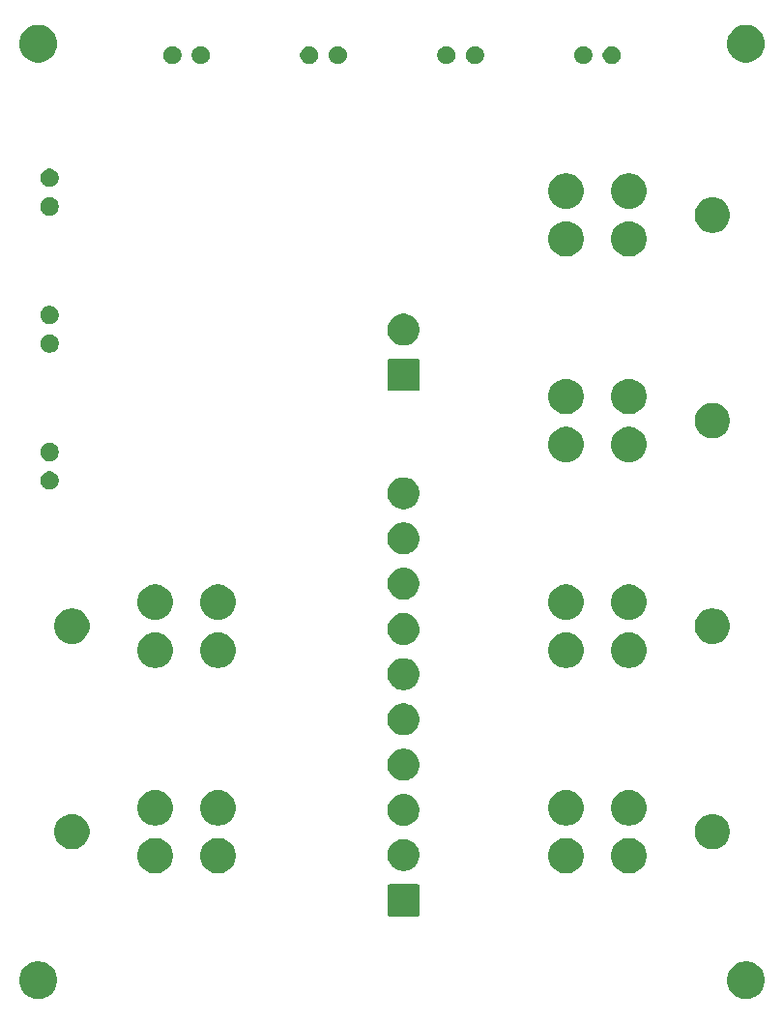
<source format=gts>
G04 #@! TF.GenerationSoftware,KiCad,Pcbnew,(5.1.4)-1*
G04 #@! TF.CreationDate,2019-11-13T17:45:08+09:00*
G04 #@! TF.ProjectId,PowerDistributionUnit,506f7765-7244-4697-9374-726962757469,rev?*
G04 #@! TF.SameCoordinates,Original*
G04 #@! TF.FileFunction,Soldermask,Top*
G04 #@! TF.FilePolarity,Negative*
%FSLAX46Y46*%
G04 Gerber Fmt 4.6, Leading zero omitted, Abs format (unit mm)*
G04 Created by KiCad (PCBNEW (5.1.4)-1) date 2019-11-13 17:45:08*
%MOMM*%
%LPD*%
G04 APERTURE LIST*
%ADD10C,0.100000*%
G04 APERTURE END LIST*
D10*
G36*
X101375256Y-149391298D02*
G01*
X101481579Y-149412447D01*
X101782042Y-149536903D01*
X102052451Y-149717585D01*
X102282415Y-149947549D01*
X102463097Y-150217958D01*
X102587553Y-150518421D01*
X102651000Y-150837391D01*
X102651000Y-151162609D01*
X102587553Y-151481579D01*
X102463097Y-151782042D01*
X102282415Y-152052451D01*
X102052451Y-152282415D01*
X101782042Y-152463097D01*
X101481579Y-152587553D01*
X101375256Y-152608702D01*
X101162611Y-152651000D01*
X100837389Y-152651000D01*
X100624744Y-152608702D01*
X100518421Y-152587553D01*
X100217958Y-152463097D01*
X99947549Y-152282415D01*
X99717585Y-152052451D01*
X99536903Y-151782042D01*
X99412447Y-151481579D01*
X99349000Y-151162609D01*
X99349000Y-150837391D01*
X99412447Y-150518421D01*
X99536903Y-150217958D01*
X99717585Y-149947549D01*
X99947549Y-149717585D01*
X100217958Y-149536903D01*
X100518421Y-149412447D01*
X100624744Y-149391298D01*
X100837389Y-149349000D01*
X101162611Y-149349000D01*
X101375256Y-149391298D01*
X101375256Y-149391298D01*
G37*
G36*
X39375256Y-149391298D02*
G01*
X39481579Y-149412447D01*
X39782042Y-149536903D01*
X40052451Y-149717585D01*
X40282415Y-149947549D01*
X40463097Y-150217958D01*
X40587553Y-150518421D01*
X40651000Y-150837391D01*
X40651000Y-151162609D01*
X40587553Y-151481579D01*
X40463097Y-151782042D01*
X40282415Y-152052451D01*
X40052451Y-152282415D01*
X39782042Y-152463097D01*
X39481579Y-152587553D01*
X39375256Y-152608702D01*
X39162611Y-152651000D01*
X38837389Y-152651000D01*
X38624744Y-152608702D01*
X38518421Y-152587553D01*
X38217958Y-152463097D01*
X37947549Y-152282415D01*
X37717585Y-152052451D01*
X37536903Y-151782042D01*
X37412447Y-151481579D01*
X37349000Y-151162609D01*
X37349000Y-150837391D01*
X37412447Y-150518421D01*
X37536903Y-150217958D01*
X37717585Y-149947549D01*
X37947549Y-149717585D01*
X38217958Y-149536903D01*
X38518421Y-149412447D01*
X38624744Y-149391298D01*
X38837389Y-149349000D01*
X39162611Y-149349000D01*
X39375256Y-149391298D01*
X39375256Y-149391298D01*
G37*
G36*
X72273031Y-142602645D02*
G01*
X72302719Y-142611651D01*
X72330071Y-142626271D01*
X72354050Y-142645950D01*
X72373729Y-142669929D01*
X72388349Y-142697281D01*
X72397355Y-142726969D01*
X72401000Y-142763977D01*
X72401000Y-145236023D01*
X72397355Y-145273031D01*
X72388349Y-145302719D01*
X72373729Y-145330071D01*
X72354050Y-145354050D01*
X72330071Y-145373729D01*
X72302719Y-145388349D01*
X72273031Y-145397355D01*
X72236023Y-145401000D01*
X69763977Y-145401000D01*
X69726969Y-145397355D01*
X69697281Y-145388349D01*
X69669929Y-145373729D01*
X69645950Y-145354050D01*
X69626271Y-145330071D01*
X69611651Y-145302719D01*
X69602645Y-145273031D01*
X69599000Y-145236023D01*
X69599000Y-142763977D01*
X69602645Y-142726969D01*
X69611651Y-142697281D01*
X69626271Y-142669929D01*
X69645950Y-142645950D01*
X69669929Y-142626271D01*
X69697281Y-142611651D01*
X69726969Y-142602645D01*
X69763977Y-142599000D01*
X72236023Y-142599000D01*
X72273031Y-142602645D01*
X72273031Y-142602645D01*
G37*
G36*
X55052585Y-138578802D02*
G01*
X55202410Y-138608604D01*
X55484674Y-138725521D01*
X55738705Y-138895259D01*
X55954741Y-139111295D01*
X56124479Y-139365326D01*
X56241396Y-139647590D01*
X56301000Y-139947240D01*
X56301000Y-140252760D01*
X56241396Y-140552410D01*
X56124479Y-140834674D01*
X55954741Y-141088705D01*
X55738705Y-141304741D01*
X55484674Y-141474479D01*
X55202410Y-141591396D01*
X55052585Y-141621198D01*
X54902761Y-141651000D01*
X54597239Y-141651000D01*
X54447415Y-141621198D01*
X54297590Y-141591396D01*
X54015326Y-141474479D01*
X53761295Y-141304741D01*
X53545259Y-141088705D01*
X53375521Y-140834674D01*
X53258604Y-140552410D01*
X53199000Y-140252760D01*
X53199000Y-139947240D01*
X53258604Y-139647590D01*
X53375521Y-139365326D01*
X53545259Y-139111295D01*
X53761295Y-138895259D01*
X54015326Y-138725521D01*
X54297590Y-138608604D01*
X54447415Y-138578802D01*
X54597239Y-138549000D01*
X54902761Y-138549000D01*
X55052585Y-138578802D01*
X55052585Y-138578802D01*
G37*
G36*
X49552585Y-138578802D02*
G01*
X49702410Y-138608604D01*
X49984674Y-138725521D01*
X50238705Y-138895259D01*
X50454741Y-139111295D01*
X50624479Y-139365326D01*
X50741396Y-139647590D01*
X50801000Y-139947240D01*
X50801000Y-140252760D01*
X50741396Y-140552410D01*
X50624479Y-140834674D01*
X50454741Y-141088705D01*
X50238705Y-141304741D01*
X49984674Y-141474479D01*
X49702410Y-141591396D01*
X49552585Y-141621198D01*
X49402761Y-141651000D01*
X49097239Y-141651000D01*
X48947415Y-141621198D01*
X48797590Y-141591396D01*
X48515326Y-141474479D01*
X48261295Y-141304741D01*
X48045259Y-141088705D01*
X47875521Y-140834674D01*
X47758604Y-140552410D01*
X47699000Y-140252760D01*
X47699000Y-139947240D01*
X47758604Y-139647590D01*
X47875521Y-139365326D01*
X48045259Y-139111295D01*
X48261295Y-138895259D01*
X48515326Y-138725521D01*
X48797590Y-138608604D01*
X48947415Y-138578802D01*
X49097239Y-138549000D01*
X49402761Y-138549000D01*
X49552585Y-138578802D01*
X49552585Y-138578802D01*
G37*
G36*
X85552585Y-138578802D02*
G01*
X85702410Y-138608604D01*
X85984674Y-138725521D01*
X86238705Y-138895259D01*
X86454741Y-139111295D01*
X86624479Y-139365326D01*
X86741396Y-139647590D01*
X86801000Y-139947240D01*
X86801000Y-140252760D01*
X86741396Y-140552410D01*
X86624479Y-140834674D01*
X86454741Y-141088705D01*
X86238705Y-141304741D01*
X85984674Y-141474479D01*
X85702410Y-141591396D01*
X85552585Y-141621198D01*
X85402761Y-141651000D01*
X85097239Y-141651000D01*
X84947415Y-141621198D01*
X84797590Y-141591396D01*
X84515326Y-141474479D01*
X84261295Y-141304741D01*
X84045259Y-141088705D01*
X83875521Y-140834674D01*
X83758604Y-140552410D01*
X83699000Y-140252760D01*
X83699000Y-139947240D01*
X83758604Y-139647590D01*
X83875521Y-139365326D01*
X84045259Y-139111295D01*
X84261295Y-138895259D01*
X84515326Y-138725521D01*
X84797590Y-138608604D01*
X84947415Y-138578802D01*
X85097239Y-138549000D01*
X85402761Y-138549000D01*
X85552585Y-138578802D01*
X85552585Y-138578802D01*
G37*
G36*
X91052585Y-138578802D02*
G01*
X91202410Y-138608604D01*
X91484674Y-138725521D01*
X91738705Y-138895259D01*
X91954741Y-139111295D01*
X92124479Y-139365326D01*
X92241396Y-139647590D01*
X92301000Y-139947240D01*
X92301000Y-140252760D01*
X92241396Y-140552410D01*
X92124479Y-140834674D01*
X91954741Y-141088705D01*
X91738705Y-141304741D01*
X91484674Y-141474479D01*
X91202410Y-141591396D01*
X91052585Y-141621198D01*
X90902761Y-141651000D01*
X90597239Y-141651000D01*
X90447415Y-141621198D01*
X90297590Y-141591396D01*
X90015326Y-141474479D01*
X89761295Y-141304741D01*
X89545259Y-141088705D01*
X89375521Y-140834674D01*
X89258604Y-140552410D01*
X89199000Y-140252760D01*
X89199000Y-139947240D01*
X89258604Y-139647590D01*
X89375521Y-139365326D01*
X89545259Y-139111295D01*
X89761295Y-138895259D01*
X90015326Y-138725521D01*
X90297590Y-138608604D01*
X90447415Y-138578802D01*
X90597239Y-138549000D01*
X90902761Y-138549000D01*
X91052585Y-138578802D01*
X91052585Y-138578802D01*
G37*
G36*
X71318433Y-138674893D02*
G01*
X71408657Y-138692839D01*
X71509650Y-138734672D01*
X71663621Y-138798449D01*
X71663622Y-138798450D01*
X71893086Y-138951772D01*
X72088228Y-139146914D01*
X72190675Y-139300237D01*
X72241551Y-139376379D01*
X72303415Y-139525733D01*
X72313882Y-139551000D01*
X72347161Y-139631344D01*
X72401000Y-139902012D01*
X72401000Y-140177988D01*
X72347161Y-140448656D01*
X72241551Y-140703621D01*
X72241550Y-140703622D01*
X72088228Y-140933086D01*
X71893086Y-141128228D01*
X71739763Y-141230675D01*
X71663621Y-141281551D01*
X71607635Y-141304741D01*
X71408657Y-141387161D01*
X71318433Y-141405107D01*
X71137988Y-141441000D01*
X70862012Y-141441000D01*
X70681567Y-141405107D01*
X70591343Y-141387161D01*
X70392365Y-141304741D01*
X70336379Y-141281551D01*
X70260237Y-141230675D01*
X70106914Y-141128228D01*
X69911772Y-140933086D01*
X69758450Y-140703622D01*
X69758449Y-140703621D01*
X69652839Y-140448656D01*
X69599000Y-140177988D01*
X69599000Y-139902012D01*
X69652839Y-139631344D01*
X69686119Y-139551000D01*
X69696585Y-139525733D01*
X69758449Y-139376379D01*
X69809325Y-139300237D01*
X69911772Y-139146914D01*
X70106914Y-138951772D01*
X70336378Y-138798450D01*
X70336379Y-138798449D01*
X70490350Y-138734672D01*
X70591343Y-138692839D01*
X70681567Y-138674893D01*
X70862012Y-138639000D01*
X71137988Y-138639000D01*
X71318433Y-138674893D01*
X71318433Y-138674893D01*
G37*
G36*
X42252585Y-136478802D02*
G01*
X42402410Y-136508604D01*
X42684674Y-136625521D01*
X42938705Y-136795259D01*
X43154741Y-137011295D01*
X43324479Y-137265326D01*
X43441396Y-137547590D01*
X43501000Y-137847240D01*
X43501000Y-138152760D01*
X43441396Y-138452410D01*
X43324479Y-138734674D01*
X43154741Y-138988705D01*
X42938705Y-139204741D01*
X42684674Y-139374479D01*
X42402410Y-139491396D01*
X42252585Y-139521198D01*
X42102761Y-139551000D01*
X41797239Y-139551000D01*
X41647415Y-139521198D01*
X41497590Y-139491396D01*
X41215326Y-139374479D01*
X40961295Y-139204741D01*
X40745259Y-138988705D01*
X40575521Y-138734674D01*
X40458604Y-138452410D01*
X40399000Y-138152760D01*
X40399000Y-137847240D01*
X40458604Y-137547590D01*
X40575521Y-137265326D01*
X40745259Y-137011295D01*
X40961295Y-136795259D01*
X41215326Y-136625521D01*
X41497590Y-136508604D01*
X41647415Y-136478802D01*
X41797239Y-136449000D01*
X42102761Y-136449000D01*
X42252585Y-136478802D01*
X42252585Y-136478802D01*
G37*
G36*
X98352585Y-136478802D02*
G01*
X98502410Y-136508604D01*
X98784674Y-136625521D01*
X99038705Y-136795259D01*
X99254741Y-137011295D01*
X99424479Y-137265326D01*
X99541396Y-137547590D01*
X99601000Y-137847240D01*
X99601000Y-138152760D01*
X99541396Y-138452410D01*
X99424479Y-138734674D01*
X99254741Y-138988705D01*
X99038705Y-139204741D01*
X98784674Y-139374479D01*
X98502410Y-139491396D01*
X98352585Y-139521198D01*
X98202761Y-139551000D01*
X97897239Y-139551000D01*
X97747415Y-139521198D01*
X97597590Y-139491396D01*
X97315326Y-139374479D01*
X97061295Y-139204741D01*
X96845259Y-138988705D01*
X96675521Y-138734674D01*
X96558604Y-138452410D01*
X96499000Y-138152760D01*
X96499000Y-137847240D01*
X96558604Y-137547590D01*
X96675521Y-137265326D01*
X96845259Y-137011295D01*
X97061295Y-136795259D01*
X97315326Y-136625521D01*
X97597590Y-136508604D01*
X97747415Y-136478802D01*
X97897239Y-136449000D01*
X98202761Y-136449000D01*
X98352585Y-136478802D01*
X98352585Y-136478802D01*
G37*
G36*
X71318433Y-134714893D02*
G01*
X71408657Y-134732839D01*
X71514267Y-134776585D01*
X71663621Y-134838449D01*
X71663622Y-134838450D01*
X71893086Y-134991772D01*
X72088228Y-135186914D01*
X72190675Y-135340237D01*
X72241551Y-135416379D01*
X72254479Y-135447590D01*
X72347161Y-135671343D01*
X72401000Y-135942014D01*
X72401000Y-136217986D01*
X72347161Y-136488657D01*
X72303415Y-136594267D01*
X72241551Y-136743621D01*
X72207047Y-136795260D01*
X72088228Y-136973086D01*
X71893086Y-137168228D01*
X71747768Y-137265326D01*
X71663621Y-137321551D01*
X71514267Y-137383415D01*
X71408657Y-137427161D01*
X71318433Y-137445107D01*
X71137988Y-137481000D01*
X70862012Y-137481000D01*
X70681567Y-137445107D01*
X70591343Y-137427161D01*
X70485733Y-137383415D01*
X70336379Y-137321551D01*
X70252232Y-137265326D01*
X70106914Y-137168228D01*
X69911772Y-136973086D01*
X69792953Y-136795260D01*
X69758449Y-136743621D01*
X69696585Y-136594267D01*
X69652839Y-136488657D01*
X69599000Y-136217986D01*
X69599000Y-135942014D01*
X69652839Y-135671343D01*
X69745521Y-135447590D01*
X69758449Y-135416379D01*
X69809325Y-135340237D01*
X69911772Y-135186914D01*
X70106914Y-134991772D01*
X70336378Y-134838450D01*
X70336379Y-134838449D01*
X70485733Y-134776585D01*
X70591343Y-134732839D01*
X70681567Y-134714893D01*
X70862012Y-134679000D01*
X71137988Y-134679000D01*
X71318433Y-134714893D01*
X71318433Y-134714893D01*
G37*
G36*
X55052585Y-134378802D02*
G01*
X55202410Y-134408604D01*
X55484674Y-134525521D01*
X55738705Y-134695259D01*
X55954741Y-134911295D01*
X56124479Y-135165326D01*
X56241396Y-135447590D01*
X56301000Y-135747240D01*
X56301000Y-136052760D01*
X56241396Y-136352410D01*
X56124479Y-136634674D01*
X55954741Y-136888705D01*
X55738705Y-137104741D01*
X55484674Y-137274479D01*
X55202410Y-137391396D01*
X55052585Y-137421198D01*
X54902761Y-137451000D01*
X54597239Y-137451000D01*
X54447415Y-137421198D01*
X54297590Y-137391396D01*
X54015326Y-137274479D01*
X53761295Y-137104741D01*
X53545259Y-136888705D01*
X53375521Y-136634674D01*
X53258604Y-136352410D01*
X53199000Y-136052760D01*
X53199000Y-135747240D01*
X53258604Y-135447590D01*
X53375521Y-135165326D01*
X53545259Y-134911295D01*
X53761295Y-134695259D01*
X54015326Y-134525521D01*
X54297590Y-134408604D01*
X54447415Y-134378802D01*
X54597239Y-134349000D01*
X54902761Y-134349000D01*
X55052585Y-134378802D01*
X55052585Y-134378802D01*
G37*
G36*
X49552585Y-134378802D02*
G01*
X49702410Y-134408604D01*
X49984674Y-134525521D01*
X50238705Y-134695259D01*
X50454741Y-134911295D01*
X50624479Y-135165326D01*
X50741396Y-135447590D01*
X50801000Y-135747240D01*
X50801000Y-136052760D01*
X50741396Y-136352410D01*
X50624479Y-136634674D01*
X50454741Y-136888705D01*
X50238705Y-137104741D01*
X49984674Y-137274479D01*
X49702410Y-137391396D01*
X49552585Y-137421198D01*
X49402761Y-137451000D01*
X49097239Y-137451000D01*
X48947415Y-137421198D01*
X48797590Y-137391396D01*
X48515326Y-137274479D01*
X48261295Y-137104741D01*
X48045259Y-136888705D01*
X47875521Y-136634674D01*
X47758604Y-136352410D01*
X47699000Y-136052760D01*
X47699000Y-135747240D01*
X47758604Y-135447590D01*
X47875521Y-135165326D01*
X48045259Y-134911295D01*
X48261295Y-134695259D01*
X48515326Y-134525521D01*
X48797590Y-134408604D01*
X48947415Y-134378802D01*
X49097239Y-134349000D01*
X49402761Y-134349000D01*
X49552585Y-134378802D01*
X49552585Y-134378802D01*
G37*
G36*
X85552585Y-134378802D02*
G01*
X85702410Y-134408604D01*
X85984674Y-134525521D01*
X86238705Y-134695259D01*
X86454741Y-134911295D01*
X86624479Y-135165326D01*
X86741396Y-135447590D01*
X86801000Y-135747240D01*
X86801000Y-136052760D01*
X86741396Y-136352410D01*
X86624479Y-136634674D01*
X86454741Y-136888705D01*
X86238705Y-137104741D01*
X85984674Y-137274479D01*
X85702410Y-137391396D01*
X85552585Y-137421198D01*
X85402761Y-137451000D01*
X85097239Y-137451000D01*
X84947415Y-137421198D01*
X84797590Y-137391396D01*
X84515326Y-137274479D01*
X84261295Y-137104741D01*
X84045259Y-136888705D01*
X83875521Y-136634674D01*
X83758604Y-136352410D01*
X83699000Y-136052760D01*
X83699000Y-135747240D01*
X83758604Y-135447590D01*
X83875521Y-135165326D01*
X84045259Y-134911295D01*
X84261295Y-134695259D01*
X84515326Y-134525521D01*
X84797590Y-134408604D01*
X84947415Y-134378802D01*
X85097239Y-134349000D01*
X85402761Y-134349000D01*
X85552585Y-134378802D01*
X85552585Y-134378802D01*
G37*
G36*
X91052585Y-134378802D02*
G01*
X91202410Y-134408604D01*
X91484674Y-134525521D01*
X91738705Y-134695259D01*
X91954741Y-134911295D01*
X92124479Y-135165326D01*
X92241396Y-135447590D01*
X92301000Y-135747240D01*
X92301000Y-136052760D01*
X92241396Y-136352410D01*
X92124479Y-136634674D01*
X91954741Y-136888705D01*
X91738705Y-137104741D01*
X91484674Y-137274479D01*
X91202410Y-137391396D01*
X91052585Y-137421198D01*
X90902761Y-137451000D01*
X90597239Y-137451000D01*
X90447415Y-137421198D01*
X90297590Y-137391396D01*
X90015326Y-137274479D01*
X89761295Y-137104741D01*
X89545259Y-136888705D01*
X89375521Y-136634674D01*
X89258604Y-136352410D01*
X89199000Y-136052760D01*
X89199000Y-135747240D01*
X89258604Y-135447590D01*
X89375521Y-135165326D01*
X89545259Y-134911295D01*
X89761295Y-134695259D01*
X90015326Y-134525521D01*
X90297590Y-134408604D01*
X90447415Y-134378802D01*
X90597239Y-134349000D01*
X90902761Y-134349000D01*
X91052585Y-134378802D01*
X91052585Y-134378802D01*
G37*
G36*
X71318433Y-130754893D02*
G01*
X71408657Y-130772839D01*
X71514267Y-130816585D01*
X71663621Y-130878449D01*
X71663622Y-130878450D01*
X71893086Y-131031772D01*
X72088228Y-131226914D01*
X72190675Y-131380237D01*
X72241551Y-131456379D01*
X72347161Y-131711344D01*
X72401000Y-131982012D01*
X72401000Y-132257988D01*
X72347161Y-132528656D01*
X72241551Y-132783621D01*
X72241550Y-132783622D01*
X72088228Y-133013086D01*
X71893086Y-133208228D01*
X71739763Y-133310675D01*
X71663621Y-133361551D01*
X71514267Y-133423415D01*
X71408657Y-133467161D01*
X71318433Y-133485107D01*
X71137988Y-133521000D01*
X70862012Y-133521000D01*
X70681567Y-133485107D01*
X70591343Y-133467161D01*
X70485733Y-133423415D01*
X70336379Y-133361551D01*
X70260237Y-133310675D01*
X70106914Y-133208228D01*
X69911772Y-133013086D01*
X69758450Y-132783622D01*
X69758449Y-132783621D01*
X69652839Y-132528656D01*
X69599000Y-132257988D01*
X69599000Y-131982012D01*
X69652839Y-131711344D01*
X69758449Y-131456379D01*
X69809325Y-131380237D01*
X69911772Y-131226914D01*
X70106914Y-131031772D01*
X70336378Y-130878450D01*
X70336379Y-130878449D01*
X70485733Y-130816585D01*
X70591343Y-130772839D01*
X70681567Y-130754893D01*
X70862012Y-130719000D01*
X71137988Y-130719000D01*
X71318433Y-130754893D01*
X71318433Y-130754893D01*
G37*
G36*
X71318433Y-126794893D02*
G01*
X71408657Y-126812839D01*
X71514267Y-126856585D01*
X71663621Y-126918449D01*
X71663622Y-126918450D01*
X71893086Y-127071772D01*
X72088228Y-127266914D01*
X72190675Y-127420237D01*
X72241551Y-127496379D01*
X72347161Y-127751344D01*
X72401000Y-128022012D01*
X72401000Y-128297988D01*
X72347161Y-128568656D01*
X72241551Y-128823621D01*
X72241550Y-128823622D01*
X72088228Y-129053086D01*
X71893086Y-129248228D01*
X71739763Y-129350675D01*
X71663621Y-129401551D01*
X71514267Y-129463415D01*
X71408657Y-129507161D01*
X71318433Y-129525107D01*
X71137988Y-129561000D01*
X70862012Y-129561000D01*
X70681567Y-129525107D01*
X70591343Y-129507161D01*
X70485733Y-129463415D01*
X70336379Y-129401551D01*
X70260237Y-129350675D01*
X70106914Y-129248228D01*
X69911772Y-129053086D01*
X69758450Y-128823622D01*
X69758449Y-128823621D01*
X69652839Y-128568656D01*
X69599000Y-128297988D01*
X69599000Y-128022012D01*
X69652839Y-127751344D01*
X69758449Y-127496379D01*
X69809325Y-127420237D01*
X69911772Y-127266914D01*
X70106914Y-127071772D01*
X70336378Y-126918450D01*
X70336379Y-126918449D01*
X70485733Y-126856585D01*
X70591343Y-126812839D01*
X70681567Y-126794893D01*
X70862012Y-126759000D01*
X71137988Y-126759000D01*
X71318433Y-126794893D01*
X71318433Y-126794893D01*
G37*
G36*
X71317324Y-122834672D02*
G01*
X71408657Y-122852839D01*
X71514267Y-122896585D01*
X71663621Y-122958449D01*
X71663622Y-122958450D01*
X71893086Y-123111772D01*
X72088228Y-123306914D01*
X72190675Y-123460237D01*
X72241551Y-123536379D01*
X72347161Y-123791344D01*
X72401000Y-124062012D01*
X72401000Y-124337988D01*
X72347161Y-124608656D01*
X72241551Y-124863621D01*
X72241550Y-124863622D01*
X72088228Y-125093086D01*
X71893086Y-125288228D01*
X71739763Y-125390675D01*
X71663621Y-125441551D01*
X71514267Y-125503415D01*
X71408657Y-125547161D01*
X71318433Y-125565107D01*
X71137988Y-125601000D01*
X70862012Y-125601000D01*
X70681567Y-125565107D01*
X70591343Y-125547161D01*
X70485733Y-125503415D01*
X70336379Y-125441551D01*
X70260237Y-125390675D01*
X70106914Y-125288228D01*
X69911772Y-125093086D01*
X69758450Y-124863622D01*
X69758449Y-124863621D01*
X69652839Y-124608656D01*
X69599000Y-124337988D01*
X69599000Y-124062012D01*
X69652839Y-123791344D01*
X69758449Y-123536379D01*
X69809325Y-123460237D01*
X69911772Y-123306914D01*
X70106914Y-123111772D01*
X70336378Y-122958450D01*
X70336379Y-122958449D01*
X70485733Y-122896585D01*
X70591343Y-122852839D01*
X70682676Y-122834672D01*
X70862012Y-122799000D01*
X71137988Y-122799000D01*
X71317324Y-122834672D01*
X71317324Y-122834672D01*
G37*
G36*
X85552585Y-120578802D02*
G01*
X85702410Y-120608604D01*
X85984674Y-120725521D01*
X86238705Y-120895259D01*
X86454741Y-121111295D01*
X86624479Y-121365326D01*
X86741396Y-121647590D01*
X86801000Y-121947240D01*
X86801000Y-122252760D01*
X86741396Y-122552410D01*
X86624479Y-122834674D01*
X86454741Y-123088705D01*
X86238705Y-123304741D01*
X85984674Y-123474479D01*
X85702410Y-123591396D01*
X85552585Y-123621198D01*
X85402761Y-123651000D01*
X85097239Y-123651000D01*
X84947415Y-123621198D01*
X84797590Y-123591396D01*
X84515326Y-123474479D01*
X84261295Y-123304741D01*
X84045259Y-123088705D01*
X83875521Y-122834674D01*
X83758604Y-122552410D01*
X83699000Y-122252760D01*
X83699000Y-121947240D01*
X83758604Y-121647590D01*
X83875521Y-121365326D01*
X84045259Y-121111295D01*
X84261295Y-120895259D01*
X84515326Y-120725521D01*
X84797590Y-120608604D01*
X84947415Y-120578802D01*
X85097239Y-120549000D01*
X85402761Y-120549000D01*
X85552585Y-120578802D01*
X85552585Y-120578802D01*
G37*
G36*
X55052585Y-120578802D02*
G01*
X55202410Y-120608604D01*
X55484674Y-120725521D01*
X55738705Y-120895259D01*
X55954741Y-121111295D01*
X56124479Y-121365326D01*
X56241396Y-121647590D01*
X56301000Y-121947240D01*
X56301000Y-122252760D01*
X56241396Y-122552410D01*
X56124479Y-122834674D01*
X55954741Y-123088705D01*
X55738705Y-123304741D01*
X55484674Y-123474479D01*
X55202410Y-123591396D01*
X55052585Y-123621198D01*
X54902761Y-123651000D01*
X54597239Y-123651000D01*
X54447415Y-123621198D01*
X54297590Y-123591396D01*
X54015326Y-123474479D01*
X53761295Y-123304741D01*
X53545259Y-123088705D01*
X53375521Y-122834674D01*
X53258604Y-122552410D01*
X53199000Y-122252760D01*
X53199000Y-121947240D01*
X53258604Y-121647590D01*
X53375521Y-121365326D01*
X53545259Y-121111295D01*
X53761295Y-120895259D01*
X54015326Y-120725521D01*
X54297590Y-120608604D01*
X54447415Y-120578802D01*
X54597239Y-120549000D01*
X54902761Y-120549000D01*
X55052585Y-120578802D01*
X55052585Y-120578802D01*
G37*
G36*
X49552585Y-120578802D02*
G01*
X49702410Y-120608604D01*
X49984674Y-120725521D01*
X50238705Y-120895259D01*
X50454741Y-121111295D01*
X50624479Y-121365326D01*
X50741396Y-121647590D01*
X50801000Y-121947240D01*
X50801000Y-122252760D01*
X50741396Y-122552410D01*
X50624479Y-122834674D01*
X50454741Y-123088705D01*
X50238705Y-123304741D01*
X49984674Y-123474479D01*
X49702410Y-123591396D01*
X49552585Y-123621198D01*
X49402761Y-123651000D01*
X49097239Y-123651000D01*
X48947415Y-123621198D01*
X48797590Y-123591396D01*
X48515326Y-123474479D01*
X48261295Y-123304741D01*
X48045259Y-123088705D01*
X47875521Y-122834674D01*
X47758604Y-122552410D01*
X47699000Y-122252760D01*
X47699000Y-121947240D01*
X47758604Y-121647590D01*
X47875521Y-121365326D01*
X48045259Y-121111295D01*
X48261295Y-120895259D01*
X48515326Y-120725521D01*
X48797590Y-120608604D01*
X48947415Y-120578802D01*
X49097239Y-120549000D01*
X49402761Y-120549000D01*
X49552585Y-120578802D01*
X49552585Y-120578802D01*
G37*
G36*
X91052585Y-120578802D02*
G01*
X91202410Y-120608604D01*
X91484674Y-120725521D01*
X91738705Y-120895259D01*
X91954741Y-121111295D01*
X92124479Y-121365326D01*
X92241396Y-121647590D01*
X92301000Y-121947240D01*
X92301000Y-122252760D01*
X92241396Y-122552410D01*
X92124479Y-122834674D01*
X91954741Y-123088705D01*
X91738705Y-123304741D01*
X91484674Y-123474479D01*
X91202410Y-123591396D01*
X91052585Y-123621198D01*
X90902761Y-123651000D01*
X90597239Y-123651000D01*
X90447415Y-123621198D01*
X90297590Y-123591396D01*
X90015326Y-123474479D01*
X89761295Y-123304741D01*
X89545259Y-123088705D01*
X89375521Y-122834674D01*
X89258604Y-122552410D01*
X89199000Y-122252760D01*
X89199000Y-121947240D01*
X89258604Y-121647590D01*
X89375521Y-121365326D01*
X89545259Y-121111295D01*
X89761295Y-120895259D01*
X90015326Y-120725521D01*
X90297590Y-120608604D01*
X90447415Y-120578802D01*
X90597239Y-120549000D01*
X90902761Y-120549000D01*
X91052585Y-120578802D01*
X91052585Y-120578802D01*
G37*
G36*
X71318433Y-118874893D02*
G01*
X71408657Y-118892839D01*
X71514267Y-118936585D01*
X71663621Y-118998449D01*
X71663622Y-118998450D01*
X71893086Y-119151772D01*
X72088228Y-119346914D01*
X72190675Y-119500237D01*
X72241551Y-119576379D01*
X72347161Y-119831344D01*
X72401000Y-120102012D01*
X72401000Y-120377988D01*
X72366984Y-120549000D01*
X72347161Y-120648657D01*
X72311532Y-120734672D01*
X72241551Y-120903621D01*
X72241550Y-120903622D01*
X72088228Y-121133086D01*
X71893086Y-121328228D01*
X71823866Y-121374479D01*
X71663621Y-121481551D01*
X71514267Y-121543415D01*
X71408657Y-121587161D01*
X71318433Y-121605107D01*
X71137988Y-121641000D01*
X70862012Y-121641000D01*
X70681567Y-121605107D01*
X70591343Y-121587161D01*
X70485733Y-121543415D01*
X70336379Y-121481551D01*
X70176134Y-121374479D01*
X70106914Y-121328228D01*
X69911772Y-121133086D01*
X69758450Y-120903622D01*
X69758449Y-120903621D01*
X69688468Y-120734672D01*
X69652839Y-120648657D01*
X69633016Y-120549000D01*
X69599000Y-120377988D01*
X69599000Y-120102012D01*
X69652839Y-119831344D01*
X69758449Y-119576379D01*
X69809325Y-119500237D01*
X69911772Y-119346914D01*
X70106914Y-119151772D01*
X70336378Y-118998450D01*
X70336379Y-118998449D01*
X70485733Y-118936585D01*
X70591343Y-118892839D01*
X70681567Y-118874893D01*
X70862012Y-118839000D01*
X71137988Y-118839000D01*
X71318433Y-118874893D01*
X71318433Y-118874893D01*
G37*
G36*
X98352585Y-118478802D02*
G01*
X98502410Y-118508604D01*
X98784674Y-118625521D01*
X99038705Y-118795259D01*
X99254741Y-119011295D01*
X99424479Y-119265326D01*
X99541396Y-119547590D01*
X99601000Y-119847240D01*
X99601000Y-120152760D01*
X99541396Y-120452410D01*
X99424479Y-120734674D01*
X99254741Y-120988705D01*
X99038705Y-121204741D01*
X98784674Y-121374479D01*
X98502410Y-121491396D01*
X98352585Y-121521198D01*
X98202761Y-121551000D01*
X97897239Y-121551000D01*
X97747415Y-121521198D01*
X97597590Y-121491396D01*
X97315326Y-121374479D01*
X97061295Y-121204741D01*
X96845259Y-120988705D01*
X96675521Y-120734674D01*
X96558604Y-120452410D01*
X96499000Y-120152760D01*
X96499000Y-119847240D01*
X96558604Y-119547590D01*
X96675521Y-119265326D01*
X96845259Y-119011295D01*
X97061295Y-118795259D01*
X97315326Y-118625521D01*
X97597590Y-118508604D01*
X97747415Y-118478802D01*
X97897239Y-118449000D01*
X98202761Y-118449000D01*
X98352585Y-118478802D01*
X98352585Y-118478802D01*
G37*
G36*
X42252585Y-118478802D02*
G01*
X42402410Y-118508604D01*
X42684674Y-118625521D01*
X42938705Y-118795259D01*
X43154741Y-119011295D01*
X43324479Y-119265326D01*
X43441396Y-119547590D01*
X43501000Y-119847240D01*
X43501000Y-120152760D01*
X43441396Y-120452410D01*
X43324479Y-120734674D01*
X43154741Y-120988705D01*
X42938705Y-121204741D01*
X42684674Y-121374479D01*
X42402410Y-121491396D01*
X42252585Y-121521198D01*
X42102761Y-121551000D01*
X41797239Y-121551000D01*
X41647415Y-121521198D01*
X41497590Y-121491396D01*
X41215326Y-121374479D01*
X40961295Y-121204741D01*
X40745259Y-120988705D01*
X40575521Y-120734674D01*
X40458604Y-120452410D01*
X40399000Y-120152760D01*
X40399000Y-119847240D01*
X40458604Y-119547590D01*
X40575521Y-119265326D01*
X40745259Y-119011295D01*
X40961295Y-118795259D01*
X41215326Y-118625521D01*
X41497590Y-118508604D01*
X41647415Y-118478802D01*
X41797239Y-118449000D01*
X42102761Y-118449000D01*
X42252585Y-118478802D01*
X42252585Y-118478802D01*
G37*
G36*
X55052585Y-116378802D02*
G01*
X55202410Y-116408604D01*
X55484674Y-116525521D01*
X55738705Y-116695259D01*
X55954741Y-116911295D01*
X56124479Y-117165326D01*
X56241396Y-117447590D01*
X56301000Y-117747240D01*
X56301000Y-118052760D01*
X56241396Y-118352410D01*
X56124479Y-118634674D01*
X55954741Y-118888705D01*
X55738705Y-119104741D01*
X55484674Y-119274479D01*
X55202410Y-119391396D01*
X55052585Y-119421198D01*
X54902761Y-119451000D01*
X54597239Y-119451000D01*
X54447415Y-119421198D01*
X54297590Y-119391396D01*
X54015326Y-119274479D01*
X53761295Y-119104741D01*
X53545259Y-118888705D01*
X53375521Y-118634674D01*
X53258604Y-118352410D01*
X53199000Y-118052760D01*
X53199000Y-117747240D01*
X53258604Y-117447590D01*
X53375521Y-117165326D01*
X53545259Y-116911295D01*
X53761295Y-116695259D01*
X54015326Y-116525521D01*
X54297590Y-116408604D01*
X54447415Y-116378802D01*
X54597239Y-116349000D01*
X54902761Y-116349000D01*
X55052585Y-116378802D01*
X55052585Y-116378802D01*
G37*
G36*
X49552585Y-116378802D02*
G01*
X49702410Y-116408604D01*
X49984674Y-116525521D01*
X50238705Y-116695259D01*
X50454741Y-116911295D01*
X50624479Y-117165326D01*
X50741396Y-117447590D01*
X50801000Y-117747240D01*
X50801000Y-118052760D01*
X50741396Y-118352410D01*
X50624479Y-118634674D01*
X50454741Y-118888705D01*
X50238705Y-119104741D01*
X49984674Y-119274479D01*
X49702410Y-119391396D01*
X49552585Y-119421198D01*
X49402761Y-119451000D01*
X49097239Y-119451000D01*
X48947415Y-119421198D01*
X48797590Y-119391396D01*
X48515326Y-119274479D01*
X48261295Y-119104741D01*
X48045259Y-118888705D01*
X47875521Y-118634674D01*
X47758604Y-118352410D01*
X47699000Y-118052760D01*
X47699000Y-117747240D01*
X47758604Y-117447590D01*
X47875521Y-117165326D01*
X48045259Y-116911295D01*
X48261295Y-116695259D01*
X48515326Y-116525521D01*
X48797590Y-116408604D01*
X48947415Y-116378802D01*
X49097239Y-116349000D01*
X49402761Y-116349000D01*
X49552585Y-116378802D01*
X49552585Y-116378802D01*
G37*
G36*
X91052585Y-116378802D02*
G01*
X91202410Y-116408604D01*
X91484674Y-116525521D01*
X91738705Y-116695259D01*
X91954741Y-116911295D01*
X92124479Y-117165326D01*
X92241396Y-117447590D01*
X92301000Y-117747240D01*
X92301000Y-118052760D01*
X92241396Y-118352410D01*
X92124479Y-118634674D01*
X91954741Y-118888705D01*
X91738705Y-119104741D01*
X91484674Y-119274479D01*
X91202410Y-119391396D01*
X91052585Y-119421198D01*
X90902761Y-119451000D01*
X90597239Y-119451000D01*
X90447415Y-119421198D01*
X90297590Y-119391396D01*
X90015326Y-119274479D01*
X89761295Y-119104741D01*
X89545259Y-118888705D01*
X89375521Y-118634674D01*
X89258604Y-118352410D01*
X89199000Y-118052760D01*
X89199000Y-117747240D01*
X89258604Y-117447590D01*
X89375521Y-117165326D01*
X89545259Y-116911295D01*
X89761295Y-116695259D01*
X90015326Y-116525521D01*
X90297590Y-116408604D01*
X90447415Y-116378802D01*
X90597239Y-116349000D01*
X90902761Y-116349000D01*
X91052585Y-116378802D01*
X91052585Y-116378802D01*
G37*
G36*
X85552585Y-116378802D02*
G01*
X85702410Y-116408604D01*
X85984674Y-116525521D01*
X86238705Y-116695259D01*
X86454741Y-116911295D01*
X86624479Y-117165326D01*
X86741396Y-117447590D01*
X86801000Y-117747240D01*
X86801000Y-118052760D01*
X86741396Y-118352410D01*
X86624479Y-118634674D01*
X86454741Y-118888705D01*
X86238705Y-119104741D01*
X85984674Y-119274479D01*
X85702410Y-119391396D01*
X85552585Y-119421198D01*
X85402761Y-119451000D01*
X85097239Y-119451000D01*
X84947415Y-119421198D01*
X84797590Y-119391396D01*
X84515326Y-119274479D01*
X84261295Y-119104741D01*
X84045259Y-118888705D01*
X83875521Y-118634674D01*
X83758604Y-118352410D01*
X83699000Y-118052760D01*
X83699000Y-117747240D01*
X83758604Y-117447590D01*
X83875521Y-117165326D01*
X84045259Y-116911295D01*
X84261295Y-116695259D01*
X84515326Y-116525521D01*
X84797590Y-116408604D01*
X84947415Y-116378802D01*
X85097239Y-116349000D01*
X85402761Y-116349000D01*
X85552585Y-116378802D01*
X85552585Y-116378802D01*
G37*
G36*
X71318433Y-114914893D02*
G01*
X71408657Y-114932839D01*
X71514267Y-114976585D01*
X71663621Y-115038449D01*
X71663622Y-115038450D01*
X71893086Y-115191772D01*
X72088228Y-115386914D01*
X72190675Y-115540237D01*
X72241551Y-115616379D01*
X72347161Y-115871344D01*
X72401000Y-116142012D01*
X72401000Y-116417988D01*
X72347161Y-116688656D01*
X72241551Y-116943621D01*
X72241550Y-116943622D01*
X72088228Y-117173086D01*
X71893086Y-117368228D01*
X71774310Y-117447591D01*
X71663621Y-117521551D01*
X71514267Y-117583415D01*
X71408657Y-117627161D01*
X71318433Y-117645107D01*
X71137988Y-117681000D01*
X70862012Y-117681000D01*
X70681567Y-117645107D01*
X70591343Y-117627161D01*
X70485733Y-117583415D01*
X70336379Y-117521551D01*
X70225690Y-117447591D01*
X70106914Y-117368228D01*
X69911772Y-117173086D01*
X69758450Y-116943622D01*
X69758449Y-116943621D01*
X69652839Y-116688656D01*
X69599000Y-116417988D01*
X69599000Y-116142012D01*
X69652839Y-115871344D01*
X69758449Y-115616379D01*
X69809325Y-115540237D01*
X69911772Y-115386914D01*
X70106914Y-115191772D01*
X70336378Y-115038450D01*
X70336379Y-115038449D01*
X70485733Y-114976585D01*
X70591343Y-114932839D01*
X70681567Y-114914893D01*
X70862012Y-114879000D01*
X71137988Y-114879000D01*
X71318433Y-114914893D01*
X71318433Y-114914893D01*
G37*
G36*
X71318433Y-110954893D02*
G01*
X71408657Y-110972839D01*
X71514267Y-111016585D01*
X71663621Y-111078449D01*
X71663622Y-111078450D01*
X71893086Y-111231772D01*
X72088228Y-111426914D01*
X72190675Y-111580237D01*
X72241551Y-111656379D01*
X72347161Y-111911344D01*
X72401000Y-112182012D01*
X72401000Y-112457988D01*
X72347161Y-112728656D01*
X72241551Y-112983621D01*
X72241550Y-112983622D01*
X72088228Y-113213086D01*
X71893086Y-113408228D01*
X71739763Y-113510675D01*
X71663621Y-113561551D01*
X71514267Y-113623415D01*
X71408657Y-113667161D01*
X71318433Y-113685107D01*
X71137988Y-113721000D01*
X70862012Y-113721000D01*
X70681567Y-113685107D01*
X70591343Y-113667161D01*
X70485733Y-113623415D01*
X70336379Y-113561551D01*
X70260237Y-113510675D01*
X70106914Y-113408228D01*
X69911772Y-113213086D01*
X69758450Y-112983622D01*
X69758449Y-112983621D01*
X69652839Y-112728656D01*
X69599000Y-112457988D01*
X69599000Y-112182012D01*
X69652839Y-111911344D01*
X69758449Y-111656379D01*
X69809325Y-111580237D01*
X69911772Y-111426914D01*
X70106914Y-111231772D01*
X70336378Y-111078450D01*
X70336379Y-111078449D01*
X70485733Y-111016585D01*
X70591343Y-110972839D01*
X70681567Y-110954893D01*
X70862012Y-110919000D01*
X71137988Y-110919000D01*
X71318433Y-110954893D01*
X71318433Y-110954893D01*
G37*
G36*
X71318433Y-106994893D02*
G01*
X71408657Y-107012839D01*
X71514267Y-107056585D01*
X71663621Y-107118449D01*
X71663622Y-107118450D01*
X71893086Y-107271772D01*
X72088228Y-107466914D01*
X72190675Y-107620237D01*
X72241551Y-107696379D01*
X72303415Y-107845733D01*
X72347161Y-107951343D01*
X72348851Y-107959838D01*
X72401000Y-108222012D01*
X72401000Y-108497988D01*
X72347161Y-108768656D01*
X72241551Y-109023621D01*
X72241550Y-109023622D01*
X72088228Y-109253086D01*
X71893086Y-109448228D01*
X71739763Y-109550675D01*
X71663621Y-109601551D01*
X71514267Y-109663415D01*
X71408657Y-109707161D01*
X71318433Y-109725107D01*
X71137988Y-109761000D01*
X70862012Y-109761000D01*
X70681567Y-109725107D01*
X70591343Y-109707161D01*
X70485733Y-109663415D01*
X70336379Y-109601551D01*
X70260237Y-109550675D01*
X70106914Y-109448228D01*
X69911772Y-109253086D01*
X69758450Y-109023622D01*
X69758449Y-109023621D01*
X69652839Y-108768656D01*
X69599000Y-108497988D01*
X69599000Y-108222012D01*
X69651149Y-107959838D01*
X69652839Y-107951343D01*
X69696585Y-107845733D01*
X69758449Y-107696379D01*
X69809325Y-107620237D01*
X69911772Y-107466914D01*
X70106914Y-107271772D01*
X70336378Y-107118450D01*
X70336379Y-107118449D01*
X70485733Y-107056585D01*
X70591343Y-107012839D01*
X70681567Y-106994893D01*
X70862012Y-106959000D01*
X71137988Y-106959000D01*
X71318433Y-106994893D01*
X71318433Y-106994893D01*
G37*
G36*
X40233642Y-106479781D02*
G01*
X40379414Y-106540162D01*
X40379416Y-106540163D01*
X40510608Y-106627822D01*
X40622178Y-106739392D01*
X40709837Y-106870584D01*
X40709838Y-106870586D01*
X40770219Y-107016358D01*
X40801000Y-107171107D01*
X40801000Y-107328893D01*
X40770219Y-107483642D01*
X40709838Y-107629414D01*
X40709837Y-107629416D01*
X40622178Y-107760608D01*
X40510608Y-107872178D01*
X40379416Y-107959837D01*
X40379415Y-107959838D01*
X40379414Y-107959838D01*
X40233642Y-108020219D01*
X40078893Y-108051000D01*
X39921107Y-108051000D01*
X39766358Y-108020219D01*
X39620586Y-107959838D01*
X39620585Y-107959838D01*
X39620584Y-107959837D01*
X39489392Y-107872178D01*
X39377822Y-107760608D01*
X39290163Y-107629416D01*
X39290162Y-107629414D01*
X39229781Y-107483642D01*
X39199000Y-107328893D01*
X39199000Y-107171107D01*
X39229781Y-107016358D01*
X39290162Y-106870586D01*
X39290163Y-106870584D01*
X39377822Y-106739392D01*
X39489392Y-106627822D01*
X39620584Y-106540163D01*
X39620586Y-106540162D01*
X39766358Y-106479781D01*
X39921107Y-106449000D01*
X40078893Y-106449000D01*
X40233642Y-106479781D01*
X40233642Y-106479781D01*
G37*
G36*
X85552585Y-102578802D02*
G01*
X85702410Y-102608604D01*
X85984674Y-102725521D01*
X86238705Y-102895259D01*
X86454741Y-103111295D01*
X86624479Y-103365326D01*
X86741396Y-103647590D01*
X86801000Y-103947240D01*
X86801000Y-104252760D01*
X86741396Y-104552410D01*
X86624479Y-104834674D01*
X86454741Y-105088705D01*
X86238705Y-105304741D01*
X85984674Y-105474479D01*
X85702410Y-105591396D01*
X85552585Y-105621198D01*
X85402761Y-105651000D01*
X85097239Y-105651000D01*
X84947415Y-105621198D01*
X84797590Y-105591396D01*
X84515326Y-105474479D01*
X84261295Y-105304741D01*
X84045259Y-105088705D01*
X83875521Y-104834674D01*
X83758604Y-104552410D01*
X83699000Y-104252760D01*
X83699000Y-103947240D01*
X83758604Y-103647590D01*
X83875521Y-103365326D01*
X84045259Y-103111295D01*
X84261295Y-102895259D01*
X84515326Y-102725521D01*
X84797590Y-102608604D01*
X84947415Y-102578802D01*
X85097239Y-102549000D01*
X85402761Y-102549000D01*
X85552585Y-102578802D01*
X85552585Y-102578802D01*
G37*
G36*
X91052585Y-102578802D02*
G01*
X91202410Y-102608604D01*
X91484674Y-102725521D01*
X91738705Y-102895259D01*
X91954741Y-103111295D01*
X92124479Y-103365326D01*
X92241396Y-103647590D01*
X92301000Y-103947240D01*
X92301000Y-104252760D01*
X92241396Y-104552410D01*
X92124479Y-104834674D01*
X91954741Y-105088705D01*
X91738705Y-105304741D01*
X91484674Y-105474479D01*
X91202410Y-105591396D01*
X91052585Y-105621198D01*
X90902761Y-105651000D01*
X90597239Y-105651000D01*
X90447415Y-105621198D01*
X90297590Y-105591396D01*
X90015326Y-105474479D01*
X89761295Y-105304741D01*
X89545259Y-105088705D01*
X89375521Y-104834674D01*
X89258604Y-104552410D01*
X89199000Y-104252760D01*
X89199000Y-103947240D01*
X89258604Y-103647590D01*
X89375521Y-103365326D01*
X89545259Y-103111295D01*
X89761295Y-102895259D01*
X90015326Y-102725521D01*
X90297590Y-102608604D01*
X90447415Y-102578802D01*
X90597239Y-102549000D01*
X90902761Y-102549000D01*
X91052585Y-102578802D01*
X91052585Y-102578802D01*
G37*
G36*
X40233642Y-103979781D02*
G01*
X40379414Y-104040162D01*
X40379416Y-104040163D01*
X40510608Y-104127822D01*
X40622178Y-104239392D01*
X40709837Y-104370584D01*
X40709838Y-104370586D01*
X40770219Y-104516358D01*
X40801000Y-104671107D01*
X40801000Y-104828893D01*
X40770219Y-104983642D01*
X40726700Y-105088705D01*
X40709837Y-105129416D01*
X40622178Y-105260608D01*
X40510608Y-105372178D01*
X40379416Y-105459837D01*
X40379415Y-105459838D01*
X40379414Y-105459838D01*
X40233642Y-105520219D01*
X40078893Y-105551000D01*
X39921107Y-105551000D01*
X39766358Y-105520219D01*
X39620586Y-105459838D01*
X39620585Y-105459838D01*
X39620584Y-105459837D01*
X39489392Y-105372178D01*
X39377822Y-105260608D01*
X39290163Y-105129416D01*
X39273300Y-105088705D01*
X39229781Y-104983642D01*
X39199000Y-104828893D01*
X39199000Y-104671107D01*
X39229781Y-104516358D01*
X39290162Y-104370586D01*
X39290163Y-104370584D01*
X39377822Y-104239392D01*
X39489392Y-104127822D01*
X39620584Y-104040163D01*
X39620586Y-104040162D01*
X39766358Y-103979781D01*
X39921107Y-103949000D01*
X40078893Y-103949000D01*
X40233642Y-103979781D01*
X40233642Y-103979781D01*
G37*
G36*
X98352585Y-100478802D02*
G01*
X98502410Y-100508604D01*
X98784674Y-100625521D01*
X99038705Y-100795259D01*
X99254741Y-101011295D01*
X99424479Y-101265326D01*
X99541396Y-101547590D01*
X99601000Y-101847240D01*
X99601000Y-102152760D01*
X99541396Y-102452410D01*
X99424479Y-102734674D01*
X99254741Y-102988705D01*
X99038705Y-103204741D01*
X98784674Y-103374479D01*
X98502410Y-103491396D01*
X98352585Y-103521198D01*
X98202761Y-103551000D01*
X97897239Y-103551000D01*
X97747415Y-103521198D01*
X97597590Y-103491396D01*
X97315326Y-103374479D01*
X97061295Y-103204741D01*
X96845259Y-102988705D01*
X96675521Y-102734674D01*
X96558604Y-102452410D01*
X96499000Y-102152760D01*
X96499000Y-101847240D01*
X96558604Y-101547590D01*
X96675521Y-101265326D01*
X96845259Y-101011295D01*
X97061295Y-100795259D01*
X97315326Y-100625521D01*
X97597590Y-100508604D01*
X97747415Y-100478802D01*
X97897239Y-100449000D01*
X98202761Y-100449000D01*
X98352585Y-100478802D01*
X98352585Y-100478802D01*
G37*
G36*
X91052585Y-98378802D02*
G01*
X91202410Y-98408604D01*
X91484674Y-98525521D01*
X91738705Y-98695259D01*
X91954741Y-98911295D01*
X92124479Y-99165326D01*
X92241396Y-99447590D01*
X92301000Y-99747240D01*
X92301000Y-100052760D01*
X92241396Y-100352410D01*
X92124479Y-100634674D01*
X91954741Y-100888705D01*
X91738705Y-101104741D01*
X91484674Y-101274479D01*
X91202410Y-101391396D01*
X91052585Y-101421198D01*
X90902761Y-101451000D01*
X90597239Y-101451000D01*
X90447415Y-101421198D01*
X90297590Y-101391396D01*
X90015326Y-101274479D01*
X89761295Y-101104741D01*
X89545259Y-100888705D01*
X89375521Y-100634674D01*
X89258604Y-100352410D01*
X89199000Y-100052760D01*
X89199000Y-99747240D01*
X89258604Y-99447590D01*
X89375521Y-99165326D01*
X89545259Y-98911295D01*
X89761295Y-98695259D01*
X90015326Y-98525521D01*
X90297590Y-98408604D01*
X90447415Y-98378802D01*
X90597239Y-98349000D01*
X90902761Y-98349000D01*
X91052585Y-98378802D01*
X91052585Y-98378802D01*
G37*
G36*
X85552585Y-98378802D02*
G01*
X85702410Y-98408604D01*
X85984674Y-98525521D01*
X86238705Y-98695259D01*
X86454741Y-98911295D01*
X86624479Y-99165326D01*
X86741396Y-99447590D01*
X86801000Y-99747240D01*
X86801000Y-100052760D01*
X86741396Y-100352410D01*
X86624479Y-100634674D01*
X86454741Y-100888705D01*
X86238705Y-101104741D01*
X85984674Y-101274479D01*
X85702410Y-101391396D01*
X85552585Y-101421198D01*
X85402761Y-101451000D01*
X85097239Y-101451000D01*
X84947415Y-101421198D01*
X84797590Y-101391396D01*
X84515326Y-101274479D01*
X84261295Y-101104741D01*
X84045259Y-100888705D01*
X83875521Y-100634674D01*
X83758604Y-100352410D01*
X83699000Y-100052760D01*
X83699000Y-99747240D01*
X83758604Y-99447590D01*
X83875521Y-99165326D01*
X84045259Y-98911295D01*
X84261295Y-98695259D01*
X84515326Y-98525521D01*
X84797590Y-98408604D01*
X84947415Y-98378802D01*
X85097239Y-98349000D01*
X85402761Y-98349000D01*
X85552585Y-98378802D01*
X85552585Y-98378802D01*
G37*
G36*
X72273031Y-96602645D02*
G01*
X72302719Y-96611651D01*
X72330071Y-96626271D01*
X72354050Y-96645950D01*
X72373729Y-96669929D01*
X72388349Y-96697281D01*
X72397355Y-96726969D01*
X72401000Y-96763977D01*
X72401000Y-99236023D01*
X72397355Y-99273031D01*
X72388349Y-99302719D01*
X72373729Y-99330071D01*
X72354050Y-99354050D01*
X72330071Y-99373729D01*
X72302719Y-99388349D01*
X72273031Y-99397355D01*
X72236023Y-99401000D01*
X69763977Y-99401000D01*
X69726969Y-99397355D01*
X69697281Y-99388349D01*
X69669929Y-99373729D01*
X69645950Y-99354050D01*
X69626271Y-99330071D01*
X69611651Y-99302719D01*
X69602645Y-99273031D01*
X69599000Y-99236023D01*
X69599000Y-96763977D01*
X69602645Y-96726969D01*
X69611651Y-96697281D01*
X69626271Y-96669929D01*
X69645950Y-96645950D01*
X69669929Y-96626271D01*
X69697281Y-96611651D01*
X69726969Y-96602645D01*
X69763977Y-96599000D01*
X72236023Y-96599000D01*
X72273031Y-96602645D01*
X72273031Y-96602645D01*
G37*
G36*
X40233642Y-94479781D02*
G01*
X40379414Y-94540162D01*
X40379416Y-94540163D01*
X40510608Y-94627822D01*
X40622178Y-94739392D01*
X40709837Y-94870584D01*
X40709838Y-94870586D01*
X40770219Y-95016358D01*
X40801000Y-95171107D01*
X40801000Y-95328893D01*
X40770219Y-95483642D01*
X40709838Y-95629414D01*
X40709837Y-95629416D01*
X40622178Y-95760608D01*
X40510608Y-95872178D01*
X40379416Y-95959837D01*
X40379415Y-95959838D01*
X40379414Y-95959838D01*
X40233642Y-96020219D01*
X40078893Y-96051000D01*
X39921107Y-96051000D01*
X39766358Y-96020219D01*
X39620586Y-95959838D01*
X39620585Y-95959838D01*
X39620584Y-95959837D01*
X39489392Y-95872178D01*
X39377822Y-95760608D01*
X39290163Y-95629416D01*
X39290162Y-95629414D01*
X39229781Y-95483642D01*
X39199000Y-95328893D01*
X39199000Y-95171107D01*
X39229781Y-95016358D01*
X39290162Y-94870586D01*
X39290163Y-94870584D01*
X39377822Y-94739392D01*
X39489392Y-94627822D01*
X39620584Y-94540163D01*
X39620586Y-94540162D01*
X39766358Y-94479781D01*
X39921107Y-94449000D01*
X40078893Y-94449000D01*
X40233642Y-94479781D01*
X40233642Y-94479781D01*
G37*
G36*
X71299401Y-92671107D02*
G01*
X71408657Y-92692839D01*
X71514267Y-92736585D01*
X71663621Y-92798449D01*
X71739763Y-92849325D01*
X71893086Y-92951772D01*
X72088228Y-93146914D01*
X72164195Y-93260607D01*
X72241551Y-93376379D01*
X72303415Y-93525733D01*
X72313882Y-93551000D01*
X72347161Y-93631344D01*
X72401000Y-93902012D01*
X72401000Y-94177988D01*
X72347161Y-94448656D01*
X72241551Y-94703621D01*
X72217649Y-94739393D01*
X72088228Y-94933086D01*
X71893086Y-95128228D01*
X71828911Y-95171108D01*
X71663621Y-95281551D01*
X71549327Y-95328893D01*
X71408657Y-95387161D01*
X71318433Y-95405107D01*
X71137988Y-95441000D01*
X70862012Y-95441000D01*
X70681567Y-95405107D01*
X70591343Y-95387161D01*
X70450673Y-95328893D01*
X70336379Y-95281551D01*
X70171089Y-95171108D01*
X70106914Y-95128228D01*
X69911772Y-94933086D01*
X69782351Y-94739393D01*
X69758449Y-94703621D01*
X69652839Y-94448656D01*
X69599000Y-94177988D01*
X69599000Y-93902012D01*
X69652839Y-93631344D01*
X69686119Y-93551000D01*
X69696585Y-93525733D01*
X69758449Y-93376379D01*
X69835805Y-93260607D01*
X69911772Y-93146914D01*
X70106914Y-92951772D01*
X70260237Y-92849325D01*
X70336379Y-92798449D01*
X70485733Y-92736585D01*
X70591343Y-92692839D01*
X70700599Y-92671107D01*
X70862012Y-92639000D01*
X71137988Y-92639000D01*
X71299401Y-92671107D01*
X71299401Y-92671107D01*
G37*
G36*
X40233642Y-91979781D02*
G01*
X40379414Y-92040162D01*
X40379416Y-92040163D01*
X40510608Y-92127822D01*
X40622178Y-92239392D01*
X40709837Y-92370584D01*
X40709838Y-92370586D01*
X40770219Y-92516358D01*
X40801000Y-92671107D01*
X40801000Y-92828893D01*
X40770219Y-92983642D01*
X40709838Y-93129414D01*
X40709837Y-93129416D01*
X40622178Y-93260608D01*
X40510608Y-93372178D01*
X40379416Y-93459837D01*
X40379415Y-93459838D01*
X40379414Y-93459838D01*
X40233642Y-93520219D01*
X40078893Y-93551000D01*
X39921107Y-93551000D01*
X39766358Y-93520219D01*
X39620586Y-93459838D01*
X39620585Y-93459838D01*
X39620584Y-93459837D01*
X39489392Y-93372178D01*
X39377822Y-93260608D01*
X39290163Y-93129416D01*
X39290162Y-93129414D01*
X39229781Y-92983642D01*
X39199000Y-92828893D01*
X39199000Y-92671107D01*
X39229781Y-92516358D01*
X39290162Y-92370586D01*
X39290163Y-92370584D01*
X39377822Y-92239392D01*
X39489392Y-92127822D01*
X39620584Y-92040163D01*
X39620586Y-92040162D01*
X39766358Y-91979781D01*
X39921107Y-91949000D01*
X40078893Y-91949000D01*
X40233642Y-91979781D01*
X40233642Y-91979781D01*
G37*
G36*
X85552585Y-84578802D02*
G01*
X85702410Y-84608604D01*
X85984674Y-84725521D01*
X86238705Y-84895259D01*
X86454741Y-85111295D01*
X86624479Y-85365326D01*
X86741396Y-85647590D01*
X86801000Y-85947240D01*
X86801000Y-86252760D01*
X86741396Y-86552410D01*
X86624479Y-86834674D01*
X86454741Y-87088705D01*
X86238705Y-87304741D01*
X85984674Y-87474479D01*
X85702410Y-87591396D01*
X85552585Y-87621198D01*
X85402761Y-87651000D01*
X85097239Y-87651000D01*
X84947415Y-87621198D01*
X84797590Y-87591396D01*
X84515326Y-87474479D01*
X84261295Y-87304741D01*
X84045259Y-87088705D01*
X83875521Y-86834674D01*
X83758604Y-86552410D01*
X83699000Y-86252760D01*
X83699000Y-85947240D01*
X83758604Y-85647590D01*
X83875521Y-85365326D01*
X84045259Y-85111295D01*
X84261295Y-84895259D01*
X84515326Y-84725521D01*
X84797590Y-84608604D01*
X84947415Y-84578802D01*
X85097239Y-84549000D01*
X85402761Y-84549000D01*
X85552585Y-84578802D01*
X85552585Y-84578802D01*
G37*
G36*
X91052585Y-84578802D02*
G01*
X91202410Y-84608604D01*
X91484674Y-84725521D01*
X91738705Y-84895259D01*
X91954741Y-85111295D01*
X92124479Y-85365326D01*
X92241396Y-85647590D01*
X92301000Y-85947240D01*
X92301000Y-86252760D01*
X92241396Y-86552410D01*
X92124479Y-86834674D01*
X91954741Y-87088705D01*
X91738705Y-87304741D01*
X91484674Y-87474479D01*
X91202410Y-87591396D01*
X91052585Y-87621198D01*
X90902761Y-87651000D01*
X90597239Y-87651000D01*
X90447415Y-87621198D01*
X90297590Y-87591396D01*
X90015326Y-87474479D01*
X89761295Y-87304741D01*
X89545259Y-87088705D01*
X89375521Y-86834674D01*
X89258604Y-86552410D01*
X89199000Y-86252760D01*
X89199000Y-85947240D01*
X89258604Y-85647590D01*
X89375521Y-85365326D01*
X89545259Y-85111295D01*
X89761295Y-84895259D01*
X90015326Y-84725521D01*
X90297590Y-84608604D01*
X90447415Y-84578802D01*
X90597239Y-84549000D01*
X90902761Y-84549000D01*
X91052585Y-84578802D01*
X91052585Y-84578802D01*
G37*
G36*
X98352585Y-82478802D02*
G01*
X98502410Y-82508604D01*
X98784674Y-82625521D01*
X99038705Y-82795259D01*
X99254741Y-83011295D01*
X99424479Y-83265326D01*
X99541396Y-83547590D01*
X99601000Y-83847240D01*
X99601000Y-84152760D01*
X99541396Y-84452410D01*
X99424479Y-84734674D01*
X99254741Y-84988705D01*
X99038705Y-85204741D01*
X98784674Y-85374479D01*
X98502410Y-85491396D01*
X98352585Y-85521198D01*
X98202761Y-85551000D01*
X97897239Y-85551000D01*
X97747415Y-85521198D01*
X97597590Y-85491396D01*
X97315326Y-85374479D01*
X97061295Y-85204741D01*
X96845259Y-84988705D01*
X96675521Y-84734674D01*
X96558604Y-84452410D01*
X96499000Y-84152760D01*
X96499000Y-83847240D01*
X96558604Y-83547590D01*
X96675521Y-83265326D01*
X96845259Y-83011295D01*
X97061295Y-82795259D01*
X97315326Y-82625521D01*
X97597590Y-82508604D01*
X97747415Y-82478802D01*
X97897239Y-82449000D01*
X98202761Y-82449000D01*
X98352585Y-82478802D01*
X98352585Y-82478802D01*
G37*
G36*
X40233642Y-82479781D02*
G01*
X40379414Y-82540162D01*
X40379416Y-82540163D01*
X40510608Y-82627822D01*
X40622178Y-82739392D01*
X40709837Y-82870584D01*
X40709838Y-82870586D01*
X40770219Y-83016358D01*
X40801000Y-83171107D01*
X40801000Y-83328893D01*
X40770219Y-83483642D01*
X40743730Y-83547591D01*
X40709837Y-83629416D01*
X40622178Y-83760608D01*
X40510608Y-83872178D01*
X40379416Y-83959837D01*
X40379415Y-83959838D01*
X40379414Y-83959838D01*
X40233642Y-84020219D01*
X40078893Y-84051000D01*
X39921107Y-84051000D01*
X39766358Y-84020219D01*
X39620586Y-83959838D01*
X39620585Y-83959838D01*
X39620584Y-83959837D01*
X39489392Y-83872178D01*
X39377822Y-83760608D01*
X39290163Y-83629416D01*
X39256270Y-83547591D01*
X39229781Y-83483642D01*
X39199000Y-83328893D01*
X39199000Y-83171107D01*
X39229781Y-83016358D01*
X39290162Y-82870586D01*
X39290163Y-82870584D01*
X39377822Y-82739392D01*
X39489392Y-82627822D01*
X39620584Y-82540163D01*
X39620586Y-82540162D01*
X39766358Y-82479781D01*
X39921107Y-82449000D01*
X40078893Y-82449000D01*
X40233642Y-82479781D01*
X40233642Y-82479781D01*
G37*
G36*
X91052585Y-80378802D02*
G01*
X91202410Y-80408604D01*
X91484674Y-80525521D01*
X91738705Y-80695259D01*
X91954741Y-80911295D01*
X92124479Y-81165326D01*
X92241396Y-81447590D01*
X92301000Y-81747240D01*
X92301000Y-82052760D01*
X92241396Y-82352410D01*
X92124479Y-82634674D01*
X91954741Y-82888705D01*
X91738705Y-83104741D01*
X91484674Y-83274479D01*
X91202410Y-83391396D01*
X91052585Y-83421198D01*
X90902761Y-83451000D01*
X90597239Y-83451000D01*
X90447415Y-83421198D01*
X90297590Y-83391396D01*
X90015326Y-83274479D01*
X89761295Y-83104741D01*
X89545259Y-82888705D01*
X89375521Y-82634674D01*
X89258604Y-82352410D01*
X89199000Y-82052760D01*
X89199000Y-81747240D01*
X89258604Y-81447590D01*
X89375521Y-81165326D01*
X89545259Y-80911295D01*
X89761295Y-80695259D01*
X90015326Y-80525521D01*
X90297590Y-80408604D01*
X90447415Y-80378802D01*
X90597239Y-80349000D01*
X90902761Y-80349000D01*
X91052585Y-80378802D01*
X91052585Y-80378802D01*
G37*
G36*
X85552585Y-80378802D02*
G01*
X85702410Y-80408604D01*
X85984674Y-80525521D01*
X86238705Y-80695259D01*
X86454741Y-80911295D01*
X86624479Y-81165326D01*
X86741396Y-81447590D01*
X86801000Y-81747240D01*
X86801000Y-82052760D01*
X86741396Y-82352410D01*
X86624479Y-82634674D01*
X86454741Y-82888705D01*
X86238705Y-83104741D01*
X85984674Y-83274479D01*
X85702410Y-83391396D01*
X85552585Y-83421198D01*
X85402761Y-83451000D01*
X85097239Y-83451000D01*
X84947415Y-83421198D01*
X84797590Y-83391396D01*
X84515326Y-83274479D01*
X84261295Y-83104741D01*
X84045259Y-82888705D01*
X83875521Y-82634674D01*
X83758604Y-82352410D01*
X83699000Y-82052760D01*
X83699000Y-81747240D01*
X83758604Y-81447590D01*
X83875521Y-81165326D01*
X84045259Y-80911295D01*
X84261295Y-80695259D01*
X84515326Y-80525521D01*
X84797590Y-80408604D01*
X84947415Y-80378802D01*
X85097239Y-80349000D01*
X85402761Y-80349000D01*
X85552585Y-80378802D01*
X85552585Y-80378802D01*
G37*
G36*
X40233642Y-79979781D02*
G01*
X40379414Y-80040162D01*
X40379416Y-80040163D01*
X40510608Y-80127822D01*
X40622178Y-80239392D01*
X40695415Y-80349000D01*
X40709838Y-80370586D01*
X40770219Y-80516358D01*
X40801000Y-80671107D01*
X40801000Y-80828893D01*
X40770219Y-80983642D01*
X40709838Y-81129414D01*
X40709837Y-81129416D01*
X40622178Y-81260608D01*
X40510608Y-81372178D01*
X40379416Y-81459837D01*
X40379415Y-81459838D01*
X40379414Y-81459838D01*
X40233642Y-81520219D01*
X40078893Y-81551000D01*
X39921107Y-81551000D01*
X39766358Y-81520219D01*
X39620586Y-81459838D01*
X39620585Y-81459838D01*
X39620584Y-81459837D01*
X39489392Y-81372178D01*
X39377822Y-81260608D01*
X39290163Y-81129416D01*
X39290162Y-81129414D01*
X39229781Y-80983642D01*
X39199000Y-80828893D01*
X39199000Y-80671107D01*
X39229781Y-80516358D01*
X39290162Y-80370586D01*
X39304585Y-80349000D01*
X39377822Y-80239392D01*
X39489392Y-80127822D01*
X39620584Y-80040163D01*
X39620586Y-80040162D01*
X39766358Y-79979781D01*
X39921107Y-79949000D01*
X40078893Y-79949000D01*
X40233642Y-79979781D01*
X40233642Y-79979781D01*
G37*
G36*
X86983642Y-69229781D02*
G01*
X87129414Y-69290162D01*
X87129416Y-69290163D01*
X87260608Y-69377822D01*
X87372178Y-69489392D01*
X87459837Y-69620584D01*
X87459838Y-69620586D01*
X87520219Y-69766358D01*
X87551000Y-69921107D01*
X87551000Y-70078893D01*
X87520219Y-70233642D01*
X87500016Y-70282415D01*
X87459837Y-70379416D01*
X87372178Y-70510608D01*
X87260608Y-70622178D01*
X87129416Y-70709837D01*
X87129415Y-70709838D01*
X87129414Y-70709838D01*
X86983642Y-70770219D01*
X86828893Y-70801000D01*
X86671107Y-70801000D01*
X86516358Y-70770219D01*
X86370586Y-70709838D01*
X86370585Y-70709838D01*
X86370584Y-70709837D01*
X86239392Y-70622178D01*
X86127822Y-70510608D01*
X86040163Y-70379416D01*
X85999984Y-70282415D01*
X85979781Y-70233642D01*
X85949000Y-70078893D01*
X85949000Y-69921107D01*
X85979781Y-69766358D01*
X86040162Y-69620586D01*
X86040163Y-69620584D01*
X86127822Y-69489392D01*
X86239392Y-69377822D01*
X86370584Y-69290163D01*
X86370586Y-69290162D01*
X86516358Y-69229781D01*
X86671107Y-69199000D01*
X86828893Y-69199000D01*
X86983642Y-69229781D01*
X86983642Y-69229781D01*
G37*
G36*
X89483642Y-69229781D02*
G01*
X89629414Y-69290162D01*
X89629416Y-69290163D01*
X89760608Y-69377822D01*
X89872178Y-69489392D01*
X89959837Y-69620584D01*
X89959838Y-69620586D01*
X90020219Y-69766358D01*
X90051000Y-69921107D01*
X90051000Y-70078893D01*
X90020219Y-70233642D01*
X90000016Y-70282415D01*
X89959837Y-70379416D01*
X89872178Y-70510608D01*
X89760608Y-70622178D01*
X89629416Y-70709837D01*
X89629415Y-70709838D01*
X89629414Y-70709838D01*
X89483642Y-70770219D01*
X89328893Y-70801000D01*
X89171107Y-70801000D01*
X89016358Y-70770219D01*
X88870586Y-70709838D01*
X88870585Y-70709838D01*
X88870584Y-70709837D01*
X88739392Y-70622178D01*
X88627822Y-70510608D01*
X88540163Y-70379416D01*
X88499984Y-70282415D01*
X88479781Y-70233642D01*
X88449000Y-70078893D01*
X88449000Y-69921107D01*
X88479781Y-69766358D01*
X88540162Y-69620586D01*
X88540163Y-69620584D01*
X88627822Y-69489392D01*
X88739392Y-69377822D01*
X88870584Y-69290163D01*
X88870586Y-69290162D01*
X89016358Y-69229781D01*
X89171107Y-69199000D01*
X89328893Y-69199000D01*
X89483642Y-69229781D01*
X89483642Y-69229781D01*
G37*
G36*
X65483642Y-69229781D02*
G01*
X65629414Y-69290162D01*
X65629416Y-69290163D01*
X65760608Y-69377822D01*
X65872178Y-69489392D01*
X65959837Y-69620584D01*
X65959838Y-69620586D01*
X66020219Y-69766358D01*
X66051000Y-69921107D01*
X66051000Y-70078893D01*
X66020219Y-70233642D01*
X66000016Y-70282415D01*
X65959837Y-70379416D01*
X65872178Y-70510608D01*
X65760608Y-70622178D01*
X65629416Y-70709837D01*
X65629415Y-70709838D01*
X65629414Y-70709838D01*
X65483642Y-70770219D01*
X65328893Y-70801000D01*
X65171107Y-70801000D01*
X65016358Y-70770219D01*
X64870586Y-70709838D01*
X64870585Y-70709838D01*
X64870584Y-70709837D01*
X64739392Y-70622178D01*
X64627822Y-70510608D01*
X64540163Y-70379416D01*
X64499984Y-70282415D01*
X64479781Y-70233642D01*
X64449000Y-70078893D01*
X64449000Y-69921107D01*
X64479781Y-69766358D01*
X64540162Y-69620586D01*
X64540163Y-69620584D01*
X64627822Y-69489392D01*
X64739392Y-69377822D01*
X64870584Y-69290163D01*
X64870586Y-69290162D01*
X65016358Y-69229781D01*
X65171107Y-69199000D01*
X65328893Y-69199000D01*
X65483642Y-69229781D01*
X65483642Y-69229781D01*
G37*
G36*
X62983642Y-69229781D02*
G01*
X63129414Y-69290162D01*
X63129416Y-69290163D01*
X63260608Y-69377822D01*
X63372178Y-69489392D01*
X63459837Y-69620584D01*
X63459838Y-69620586D01*
X63520219Y-69766358D01*
X63551000Y-69921107D01*
X63551000Y-70078893D01*
X63520219Y-70233642D01*
X63500016Y-70282415D01*
X63459837Y-70379416D01*
X63372178Y-70510608D01*
X63260608Y-70622178D01*
X63129416Y-70709837D01*
X63129415Y-70709838D01*
X63129414Y-70709838D01*
X62983642Y-70770219D01*
X62828893Y-70801000D01*
X62671107Y-70801000D01*
X62516358Y-70770219D01*
X62370586Y-70709838D01*
X62370585Y-70709838D01*
X62370584Y-70709837D01*
X62239392Y-70622178D01*
X62127822Y-70510608D01*
X62040163Y-70379416D01*
X61999984Y-70282415D01*
X61979781Y-70233642D01*
X61949000Y-70078893D01*
X61949000Y-69921107D01*
X61979781Y-69766358D01*
X62040162Y-69620586D01*
X62040163Y-69620584D01*
X62127822Y-69489392D01*
X62239392Y-69377822D01*
X62370584Y-69290163D01*
X62370586Y-69290162D01*
X62516358Y-69229781D01*
X62671107Y-69199000D01*
X62828893Y-69199000D01*
X62983642Y-69229781D01*
X62983642Y-69229781D01*
G37*
G36*
X74983642Y-69229781D02*
G01*
X75129414Y-69290162D01*
X75129416Y-69290163D01*
X75260608Y-69377822D01*
X75372178Y-69489392D01*
X75459837Y-69620584D01*
X75459838Y-69620586D01*
X75520219Y-69766358D01*
X75551000Y-69921107D01*
X75551000Y-70078893D01*
X75520219Y-70233642D01*
X75500016Y-70282415D01*
X75459837Y-70379416D01*
X75372178Y-70510608D01*
X75260608Y-70622178D01*
X75129416Y-70709837D01*
X75129415Y-70709838D01*
X75129414Y-70709838D01*
X74983642Y-70770219D01*
X74828893Y-70801000D01*
X74671107Y-70801000D01*
X74516358Y-70770219D01*
X74370586Y-70709838D01*
X74370585Y-70709838D01*
X74370584Y-70709837D01*
X74239392Y-70622178D01*
X74127822Y-70510608D01*
X74040163Y-70379416D01*
X73999984Y-70282415D01*
X73979781Y-70233642D01*
X73949000Y-70078893D01*
X73949000Y-69921107D01*
X73979781Y-69766358D01*
X74040162Y-69620586D01*
X74040163Y-69620584D01*
X74127822Y-69489392D01*
X74239392Y-69377822D01*
X74370584Y-69290163D01*
X74370586Y-69290162D01*
X74516358Y-69229781D01*
X74671107Y-69199000D01*
X74828893Y-69199000D01*
X74983642Y-69229781D01*
X74983642Y-69229781D01*
G37*
G36*
X77483642Y-69229781D02*
G01*
X77629414Y-69290162D01*
X77629416Y-69290163D01*
X77760608Y-69377822D01*
X77872178Y-69489392D01*
X77959837Y-69620584D01*
X77959838Y-69620586D01*
X78020219Y-69766358D01*
X78051000Y-69921107D01*
X78051000Y-70078893D01*
X78020219Y-70233642D01*
X78000016Y-70282415D01*
X77959837Y-70379416D01*
X77872178Y-70510608D01*
X77760608Y-70622178D01*
X77629416Y-70709837D01*
X77629415Y-70709838D01*
X77629414Y-70709838D01*
X77483642Y-70770219D01*
X77328893Y-70801000D01*
X77171107Y-70801000D01*
X77016358Y-70770219D01*
X76870586Y-70709838D01*
X76870585Y-70709838D01*
X76870584Y-70709837D01*
X76739392Y-70622178D01*
X76627822Y-70510608D01*
X76540163Y-70379416D01*
X76499984Y-70282415D01*
X76479781Y-70233642D01*
X76449000Y-70078893D01*
X76449000Y-69921107D01*
X76479781Y-69766358D01*
X76540162Y-69620586D01*
X76540163Y-69620584D01*
X76627822Y-69489392D01*
X76739392Y-69377822D01*
X76870584Y-69290163D01*
X76870586Y-69290162D01*
X77016358Y-69229781D01*
X77171107Y-69199000D01*
X77328893Y-69199000D01*
X77483642Y-69229781D01*
X77483642Y-69229781D01*
G37*
G36*
X50983642Y-69229781D02*
G01*
X51129414Y-69290162D01*
X51129416Y-69290163D01*
X51260608Y-69377822D01*
X51372178Y-69489392D01*
X51459837Y-69620584D01*
X51459838Y-69620586D01*
X51520219Y-69766358D01*
X51551000Y-69921107D01*
X51551000Y-70078893D01*
X51520219Y-70233642D01*
X51500016Y-70282415D01*
X51459837Y-70379416D01*
X51372178Y-70510608D01*
X51260608Y-70622178D01*
X51129416Y-70709837D01*
X51129415Y-70709838D01*
X51129414Y-70709838D01*
X50983642Y-70770219D01*
X50828893Y-70801000D01*
X50671107Y-70801000D01*
X50516358Y-70770219D01*
X50370586Y-70709838D01*
X50370585Y-70709838D01*
X50370584Y-70709837D01*
X50239392Y-70622178D01*
X50127822Y-70510608D01*
X50040163Y-70379416D01*
X49999984Y-70282415D01*
X49979781Y-70233642D01*
X49949000Y-70078893D01*
X49949000Y-69921107D01*
X49979781Y-69766358D01*
X50040162Y-69620586D01*
X50040163Y-69620584D01*
X50127822Y-69489392D01*
X50239392Y-69377822D01*
X50370584Y-69290163D01*
X50370586Y-69290162D01*
X50516358Y-69229781D01*
X50671107Y-69199000D01*
X50828893Y-69199000D01*
X50983642Y-69229781D01*
X50983642Y-69229781D01*
G37*
G36*
X53483642Y-69229781D02*
G01*
X53629414Y-69290162D01*
X53629416Y-69290163D01*
X53760608Y-69377822D01*
X53872178Y-69489392D01*
X53959837Y-69620584D01*
X53959838Y-69620586D01*
X54020219Y-69766358D01*
X54051000Y-69921107D01*
X54051000Y-70078893D01*
X54020219Y-70233642D01*
X54000016Y-70282415D01*
X53959837Y-70379416D01*
X53872178Y-70510608D01*
X53760608Y-70622178D01*
X53629416Y-70709837D01*
X53629415Y-70709838D01*
X53629414Y-70709838D01*
X53483642Y-70770219D01*
X53328893Y-70801000D01*
X53171107Y-70801000D01*
X53016358Y-70770219D01*
X52870586Y-70709838D01*
X52870585Y-70709838D01*
X52870584Y-70709837D01*
X52739392Y-70622178D01*
X52627822Y-70510608D01*
X52540163Y-70379416D01*
X52499984Y-70282415D01*
X52479781Y-70233642D01*
X52449000Y-70078893D01*
X52449000Y-69921107D01*
X52479781Y-69766358D01*
X52540162Y-69620586D01*
X52540163Y-69620584D01*
X52627822Y-69489392D01*
X52739392Y-69377822D01*
X52870584Y-69290163D01*
X52870586Y-69290162D01*
X53016358Y-69229781D01*
X53171107Y-69199000D01*
X53328893Y-69199000D01*
X53483642Y-69229781D01*
X53483642Y-69229781D01*
G37*
G36*
X39375256Y-67391298D02*
G01*
X39481579Y-67412447D01*
X39782042Y-67536903D01*
X40052451Y-67717585D01*
X40282415Y-67947549D01*
X40282416Y-67947551D01*
X40463098Y-68217960D01*
X40587553Y-68518422D01*
X40651000Y-68837389D01*
X40651000Y-69162611D01*
X40625628Y-69290162D01*
X40587553Y-69481579D01*
X40463097Y-69782042D01*
X40282415Y-70052451D01*
X40052451Y-70282415D01*
X39782042Y-70463097D01*
X39481579Y-70587553D01*
X39375256Y-70608702D01*
X39162611Y-70651000D01*
X38837389Y-70651000D01*
X38624744Y-70608702D01*
X38518421Y-70587553D01*
X38217958Y-70463097D01*
X37947549Y-70282415D01*
X37717585Y-70052451D01*
X37536903Y-69782042D01*
X37412447Y-69481579D01*
X37374372Y-69290162D01*
X37349000Y-69162611D01*
X37349000Y-68837389D01*
X37412447Y-68518422D01*
X37536902Y-68217960D01*
X37717584Y-67947551D01*
X37717585Y-67947549D01*
X37947549Y-67717585D01*
X38217958Y-67536903D01*
X38518421Y-67412447D01*
X38624744Y-67391298D01*
X38837389Y-67349000D01*
X39162611Y-67349000D01*
X39375256Y-67391298D01*
X39375256Y-67391298D01*
G37*
G36*
X101375256Y-67391298D02*
G01*
X101481579Y-67412447D01*
X101782042Y-67536903D01*
X102052451Y-67717585D01*
X102282415Y-67947549D01*
X102282416Y-67947551D01*
X102463098Y-68217960D01*
X102587553Y-68518422D01*
X102651000Y-68837389D01*
X102651000Y-69162611D01*
X102625628Y-69290162D01*
X102587553Y-69481579D01*
X102463097Y-69782042D01*
X102282415Y-70052451D01*
X102052451Y-70282415D01*
X101782042Y-70463097D01*
X101481579Y-70587553D01*
X101375256Y-70608702D01*
X101162611Y-70651000D01*
X100837389Y-70651000D01*
X100624744Y-70608702D01*
X100518421Y-70587553D01*
X100217958Y-70463097D01*
X99947549Y-70282415D01*
X99717585Y-70052451D01*
X99536903Y-69782042D01*
X99412447Y-69481579D01*
X99374372Y-69290162D01*
X99349000Y-69162611D01*
X99349000Y-68837389D01*
X99412447Y-68518422D01*
X99536902Y-68217960D01*
X99717584Y-67947551D01*
X99717585Y-67947549D01*
X99947549Y-67717585D01*
X100217958Y-67536903D01*
X100518421Y-67412447D01*
X100624744Y-67391298D01*
X100837389Y-67349000D01*
X101162611Y-67349000D01*
X101375256Y-67391298D01*
X101375256Y-67391298D01*
G37*
M02*

</source>
